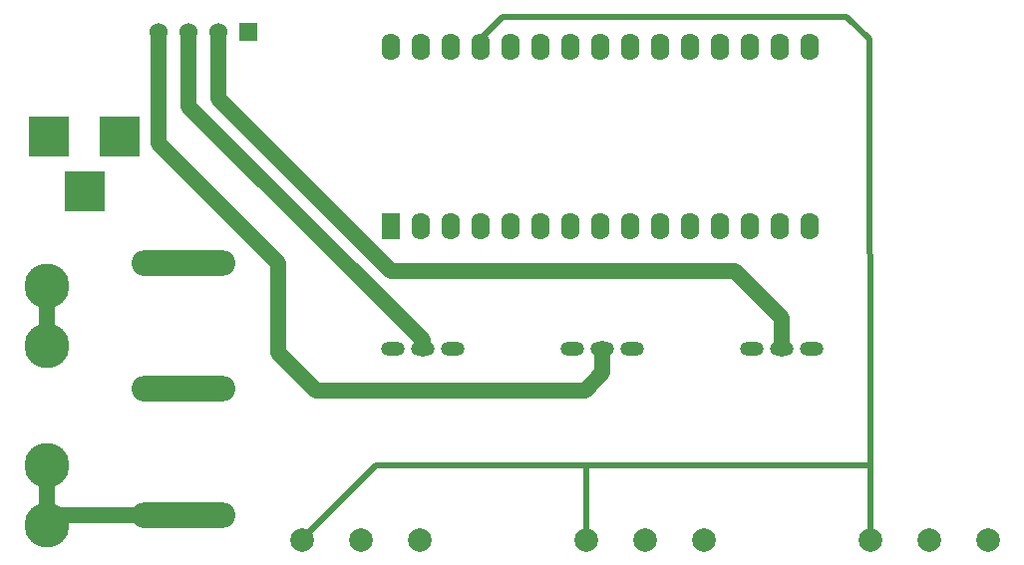
<source format=gbl>
G04 #@! TF.FileFunction,Copper,L2,Bot,Signal*
%FSLAX46Y46*%
G04 Gerber Fmt 4.6, Leading zero omitted, Abs format (unit mm)*
G04 Created by KiCad (PCBNEW 4.0.3-stable) date Mon Sep 19 23:01:39 2016*
%MOMM*%
%LPD*%
G01*
G04 APERTURE LIST*
%ADD10C,0.150000*%
%ADD11O,8.800000X2.200000*%
%ADD12C,2.000000*%
%ADD13R,1.524000X1.524000*%
%ADD14C,1.524000*%
%ADD15O,1.574800X2.286000*%
%ADD16R,1.574800X2.286000*%
%ADD17C,3.810000*%
%ADD18O,2.000000X1.200000*%
%ADD19R,3.500120X3.500120*%
%ADD20C,1.380000*%
%ADD21C,0.500000*%
G04 APERTURE END LIST*
D10*
D11*
X34460000Y-63910000D03*
X34460000Y-53210000D03*
X34460000Y-42510000D03*
D12*
X44530000Y-66040000D03*
X49530000Y-66040000D03*
X54530000Y-66040000D03*
D13*
X40005000Y-22860000D03*
D14*
X37465000Y-22860000D03*
X34925000Y-22860000D03*
X32385000Y-22860000D03*
D15*
X87630000Y-24130000D03*
X85090000Y-24130000D03*
X82550000Y-24130000D03*
X80010000Y-24130000D03*
X77470000Y-24130000D03*
X74930000Y-24130000D03*
X72390000Y-24130000D03*
X69850000Y-24130000D03*
X67310000Y-24130000D03*
X64770000Y-24130000D03*
X62230000Y-24130000D03*
X59690000Y-24130000D03*
X57150000Y-24130000D03*
X54610000Y-24130000D03*
X52070000Y-24130000D03*
D16*
X52070000Y-39370000D03*
D15*
X54610000Y-39370000D03*
X57150000Y-39370000D03*
X59690000Y-39370000D03*
X62230000Y-39370000D03*
X64770000Y-39370000D03*
X67310000Y-39370000D03*
X69850000Y-39370000D03*
X72390000Y-39370000D03*
X74930000Y-39370000D03*
X77470000Y-39370000D03*
X80010000Y-39370000D03*
X82550000Y-39370000D03*
X85090000Y-39370000D03*
X87630000Y-39370000D03*
D17*
X22860000Y-44450000D03*
X22860000Y-49530000D03*
X22860000Y-59690000D03*
X22860000Y-64770000D03*
D18*
X52260000Y-49770000D03*
X54800000Y-49770000D03*
X57340000Y-49770000D03*
X67500000Y-49770000D03*
X70040000Y-49770000D03*
X72580000Y-49770000D03*
X82740000Y-49770000D03*
X85280000Y-49770000D03*
X87820000Y-49770000D03*
D12*
X68660000Y-66040000D03*
X73660000Y-66040000D03*
X78660000Y-66040000D03*
X92790000Y-66040000D03*
X97790000Y-66040000D03*
X102790000Y-66040000D03*
D19*
X29060140Y-31750000D03*
X23060660Y-31750000D03*
X26060400Y-36449000D03*
D20*
X22860000Y-44450000D02*
X22860000Y-49530000D01*
X37465000Y-22860000D02*
X37465000Y-28575000D01*
X37465000Y-28575000D02*
X52070000Y-43180000D01*
X85280000Y-49770000D02*
X85280000Y-47180000D01*
X85280000Y-47180000D02*
X81280000Y-43180000D01*
X81280000Y-43180000D02*
X52070000Y-43180000D01*
D21*
X85280000Y-49720000D02*
X85280000Y-49770000D01*
D20*
X34925000Y-28575000D02*
X34925000Y-29210000D01*
X34925000Y-29210000D02*
X54800000Y-49085000D01*
X34925000Y-22860000D02*
X34925000Y-28575000D01*
X54800000Y-49085000D02*
X54800000Y-49770000D01*
X54800000Y-49720000D02*
X54800000Y-49770000D01*
D21*
X54800000Y-49720000D02*
X54800000Y-49770000D01*
D20*
X50800000Y-53340000D02*
X45720000Y-53340000D01*
X42545000Y-50165000D02*
X42545000Y-42545000D01*
X45720000Y-53340000D02*
X42545000Y-50165000D01*
X32385000Y-29210000D02*
X32385000Y-32385000D01*
X32385000Y-22860000D02*
X32385000Y-29210000D01*
X32385000Y-32385000D02*
X42545000Y-42545000D01*
X70040000Y-51880000D02*
X70040000Y-49770000D01*
X50800000Y-53340000D02*
X68580000Y-53340000D01*
X68580000Y-53340000D02*
X70040000Y-51880000D01*
D21*
X70040000Y-49770000D02*
X70040000Y-49720000D01*
D20*
X22860000Y-64770000D02*
X23720000Y-63910000D01*
X23720000Y-63910000D02*
X33190000Y-63910000D01*
X22860000Y-59690000D02*
X22860000Y-64770000D01*
D21*
X68660000Y-59690000D02*
X50800000Y-59690000D01*
X44530000Y-65960000D02*
X50800000Y-59690000D01*
X44530000Y-65960000D02*
X44530000Y-66040000D01*
X68660000Y-66040000D02*
X68660000Y-59690000D01*
X68660000Y-59690000D02*
X92790000Y-59690000D01*
X59690000Y-24130000D02*
X59690000Y-23495000D01*
X59690000Y-23495000D02*
X61595000Y-21590000D01*
X61595000Y-21590000D02*
X90805000Y-21590000D01*
X90805000Y-21590000D02*
X92710000Y-23495000D01*
X92710000Y-23495000D02*
X92790000Y-59690000D01*
X92790000Y-59690000D02*
X92790000Y-66040000D01*
M02*

</source>
